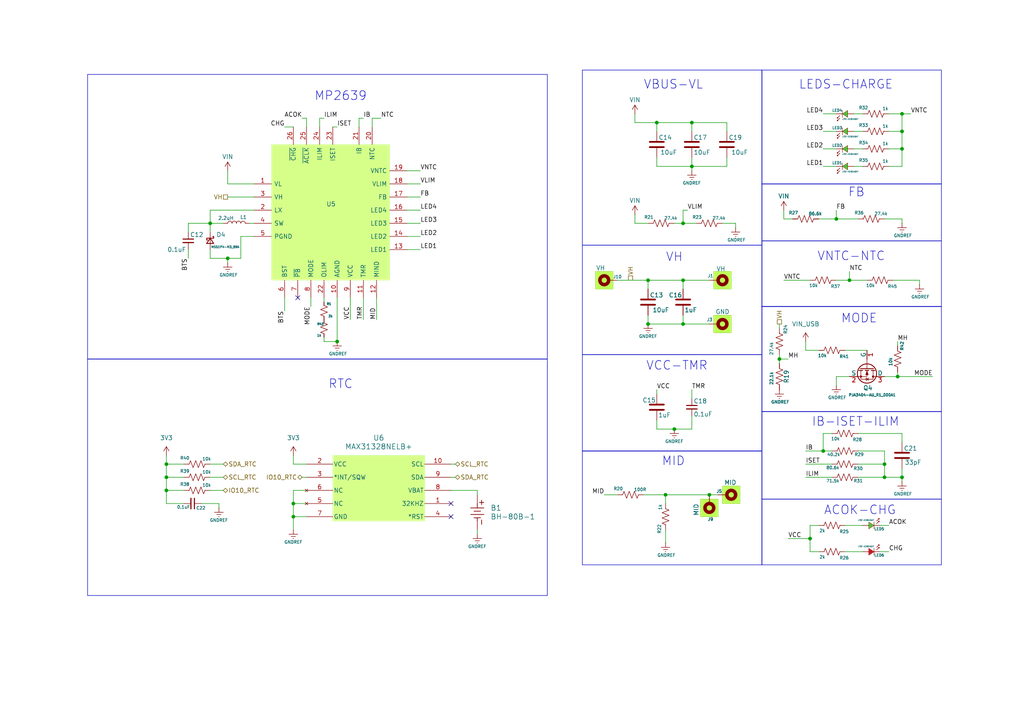
<source format=kicad_sch>
(kicad_sch (version 20250114) (generator "eeschema") (generator_version "9.0")
  (paper "A4")
  (lib_symbols
    (symbol "D_Small_Filled_1" (pin_numbers (hide yes)) (pin_names (offset 0.254) (hide yes))
      (property "Reference" "LED6" (at -2.286 1.016 0))
      (property "Value" "LTST-C191KGKT" (at 1.524 -1.524 0))
      (symbol "D_Small_Filled_1_1_1"
        (pin passive line (at -2.54 0 0) (length 1.778) (name "K") (number "1"))
        (pin passive line (at 2.54 0 180) (length 1.778) (name "A") (number "2"))
      )
    )
    (symbol "Device:C" (pin_numbers (hide yes)) (pin_names (offset 0.254))
      (property "Reference" "C" (at 0.635 2.54 0))
      (property "Value" "C" (at 0.635 -2.54 0))
      (symbol "C_1_1"
        (pin passive line (at 0 3.81 270) (length 2.794) (name "~") (number "1"))
        (pin passive line (at 0 -3.81 90) (length 2.794) (name "~") (number "2"))
      )
    )
    (symbol "Device:C_Small" (pin_numbers (hide yes)) (pin_names (offset 0.254) (hide yes))
      (property "Reference" "C" (at 0.254 1.778 0))
      (property "Value" "C_Small" (at 0.254 -2.032 0))
      (symbol "C_Small_1_1"
        (pin passive line (at 0 2.54 270) (length 2.032) (name "~") (number "1"))
        (pin passive line (at 0 -2.54 90) (length 2.032) (name "~") (number "2"))
      )
    )
    (symbol "Device:D_Schottky_Small" (pin_numbers (hide yes)) (pin_names (offset 0.254) (hide yes))
      (property "Reference" "D" (at -1.27 2.032 0))
      (property "Value" "D_Schottky_Small" (at -7.112 -2.032 0))
      (symbol "D_Schottky_Small_1_1"
        (pin passive line (at -2.54 0 0) (length 1.778) (name "K") (number "1"))
        (pin passive line (at 2.54 0 180) (length 1.778) (name "A") (number "2"))
      )
    )
    (symbol "Device:D_Small_Filled" (pin_numbers (hide yes)) (pin_names (offset 0.254) (hide yes))
      (property "Reference" "LED1" (at -2.286 1.016 0))
      (property "Value" "D_S" (at 0.508 -1.524 0))
      (symbol "D_Small_Filled_1_1"
        (pin passive line (at -2.54 0 0) (length 1.778) (name "K") (number "1"))
        (pin passive line (at 2.54 0 180) (length 1.778) (name "A") (number "2"))
      )
    )
    (symbol "Device:L" (pin_numbers (hide yes)) (pin_names (offset 1.016) (hide yes))
      (property "Reference" "L" (at -1.27 0 90))
      (property "Value" "L" (at 1.905 0 90))
      (symbol "L_1_1"
        (pin passive line (at 0 3.81 270) (length 1.27) (name "1") (number "1"))
        (pin passive line (at 0 -3.81 90) (length 1.27) (name "2") (number "2"))
      )
    )
    (symbol "Device:R_Small_US" (pin_numbers (hide yes)) (pin_names (offset 0.254) (hide yes))
      (property "Reference" "R" (at 0.762 0.508 0))
      (property "Value" "R_Small_US" (at 0.762 -1.016 0))
      (symbol "R_Small_US_1_1"
        (pin passive line (at 0 2.54 270) (length 1.016) (name "~") (number "1"))
        (pin passive line (at 0 -2.54 90) (length 1.016) (name "~") (number "2"))
      )
    )
    (symbol "Device:R_US" (pin_numbers (hide yes)) (pin_names (offset 0))
      (property "Reference" "R" (at 2.54 0 90))
      (property "Value" "R_US" (at -2.54 0 90))
      (symbol "R_US_1_1"
        (pin passive line (at 0 3.81 270) (length 1.27) (name "~") (number "1"))
        (pin passive line (at 0 -3.81 90) (length 1.27) (name "~") (number "2"))
      )
    )
    (symbol "JC_USB:BH-80B-1" (pin_numbers (hide yes)) (pin_names (offset 0.254) (hide yes))
      (property "Reference" "B" (at 0 3.556 0))
      (property "Value" "BH-80B-1" (at 4.826 -3.81 0))
      (symbol "BH-80B-1_0_1"
        (pin unspecified line (at -5.08 0 0) (length 2.54) (name "") (number "2"))
        (pin unspecified line (at 5.08 0 180) (length 2.54) (name "") (number "1"))
      )
    )
    (symbol "JC_USB:MAX31328NELB+" (pin_names (offset 0.254))
      (property "Reference" "U" (at -1.27 15.24 0))
      (property "Value" "MAX31328NELB+" (at -1.27 12.7 0))
      (symbol "MAX31328NELB+_0_1"
        (pin power_in line (at -26.67 5.08 0) (length 7.62) (name "VCC") (number "2"))
        (pin output line (at -26.67 1.27 0) (length 7.62) (name "*INT/SQW") (number "3"))
        (pin no_connect line (at -26.67 -2.54 0) (length 7.62) (name "NC") (number "6"))
        (pin no_connect line (at -26.67 -6.35 0) (length 7.62) (name "NC") (number "5"))
        (pin power_out line (at -26.67 -10.16 0) (length 7.62) (name "GND") (number "7"))
        (pin input line (at 15.24 5.08 180) (length 7.62) (name "SCL") (number "10"))
        (pin bidirectional line (at 15.24 1.27 180) (length 7.62) (name "SDA") (number "9"))
        (pin power_in line (at 15.24 -2.54 180) (length 7.62) (name "VBAT") (number "8"))
        (pin output line (at 15.24 -6.35 180) (length 7.62) (name "32KHZ") (number "1"))
        (pin bidirectional line (at 15.24 -10.16 180) (length 7.62) (name "*RST") (number "4"))
      )
    )
    (symbol "JC_USB:MP2639AGR-Z" (pin_names (offset 0.762))
      (property "Reference" "U5" (at -0.508 1.778 0))
      (symbol "MP2639AGR-Z_0_0"
        (pin passive line (at -22.86 7.62 0) (length 5.08) (name "VL") (number "1"))
        (pin passive line (at -22.86 3.81 0) (length 5.08) (name "VH") (number "3"))
        (pin passive line (at -22.86 0 0) (length 5.08) (name "LX") (number "2"))
        (pin passive line (at -22.86 -3.81 0) (length 5.08) (name "SW") (number "4"))
        (pin passive line (at -22.86 -7.62 0) (length 5.08) (name "PGND") (number "5"))
        (pin passive line (at -13.97 -25.4 90) (length 5.08) (name "BST") (number "6"))
        (pin passive line (at -11.43 24.13 270) (length 5.08) (name "~{CHG}") (number "26"))
        (pin passive line (at -10.16 -25.4 90) (length 5.08) (name "~{PB}") (number "7"))
        (pin passive line (at -7.62 24.13 270) (length 5.08) (name "~{ACLK}") (number "25"))
        (pin passive line (at -6.35 -25.4 90) (length 5.08) (name "MODE") (number "8"))
        (pin passive line (at -3.81 24.13 270) (length 5.08) (name "ILIM") (number "24"))
        (pin passive line (at -2.54 -25.4 90) (length 5.08) (name "OLIM") (number "22"))
        (pin passive line (at 0 24.13 270) (length 5.08) (name "ISET") (number "23"))
        (pin passive line (at 1.27 -25.4 90) (length 5.08) (name "AGND") (number "10"))
        (pin passive line (at 7.62 24.13 270) (length 5.08) (name "IB") (number "21"))
        (pin passive line (at 8.89 -25.4 90) (length 5.08) (name "TMR") (number "11"))
        (pin passive line (at 11.43 24.13 270) (length 5.08) (name "NTC") (number "20"))
        (pin passive line (at 12.7 -25.4 90) (length 5.08) (name "MIND") (number "12"))
        (pin passive line (at 21.59 11.43 180) (length 5.08) (name "VNTC") (number "19"))
        (pin passive line (at 21.59 7.62 180) (length 5.08) (name "VLIM") (number "18"))
        (pin passive line (at 21.59 3.81 180) (length 5.08) (name "FB") (number "17"))
        (pin passive line (at 21.59 0 180) (length 5.08) (name "LED4") (number "16"))
        (pin passive line (at 21.59 -3.81 180) (length 5.08) (name "LED3") (number "15"))
        (pin passive line (at 21.59 -7.62 180) (length 5.08) (name "LED2") (number "14"))
        (pin passive line (at 21.59 -11.43 180) (length 5.08) (name "LED1") (number "13"))
      )
      (symbol "MP2639AGR-Z_1_0"
        (pin passive line (at 5.08 -25.4 90) (length 5.08) (name "VCC") (number "9"))
      )
    )
    (symbol "MountingHole_2" (pin_numbers (hide yes)) (pin_names (offset 0)) (in_bom no)
      (property "Reference" "J2" (at 1.778 3.556 0))
      (property "Value" "GND" (at 1.778 -3.556 0))
      (symbol "MountingHole_2_1_1"
        (pin passive line (at 3.81 0 180) (length 2.54) (name "") (number "1"))
      )
    )
    (symbol "Q_NMOS_GSD_1" (pin_names (offset 0))
      (property "Reference" "Q4" (at 6.604 0.254 90))
      (property "Value" "PJA3404-AU_R1_000A1" (at 5.08 0.254 90))
      (symbol "Q_NMOS_GSD_1_1_1"
        (pin input line (at -5.08 0 0) (length 2.54) (name "G") (number "1"))
        (pin passive line (at 2.54 5.08 270) (length 2.54) (name "D") (number "3"))
        (pin passive line (at 2.54 -5.08 90) (length 2.54) (name "S") (number "2"))
      )
    )
    (symbol "power:GNDREF" (power) (pin_numbers (hide yes)) (pin_names (offset 0) (hide yes))
      (property "Value" "GNDREF" (at 0 -3.81 0))
      (symbol "GNDREF_1_1"
        (pin power_in line (at 0 0 270) (length 0) (name "~") (number "1"))
      )
    )
    (symbol "power:VBUS" (power) (pin_numbers (hide yes)) (pin_names (offset 0) (hide yes))
      (property "Value" "VBUS" (at 0 3.556 0))
      (symbol "VBUS_1_1"
        (pin power_in line (at 0 0 90) (length 0) (name "~") (number "1"))
      )
    )
    (symbol "power:VDD" (power) (pin_numbers (hide yes)) (pin_names (offset 0) (hide yes))
      (property "Value" "VDD" (at 0 3.556 0))
      (symbol "VDD_1_1"
        (pin power_in line (at 0 0 90) (length 0) (name "~") (number "1"))
      )
    )
  )
  (rectangle (start 168.91 130.81) (end 220.98 163.83))
  (rectangle (start 220.98 144.78) (end 273.05 163.83))
  (rectangle (start 168.91 71.12) (end 220.98 102.87))
  (rectangle (start 25.4 104.14) (end 158.75 172.72))
  (rectangle (start 220.98 69.85) (end 273.05 88.9))
  (rectangle (start 220.98 53.34) (end 273.05 69.85))
  (rectangle (start 168.91 102.87) (end 220.98 130.81))
  (rectangle (start 220.98 88.9) (end 273.05 119.38))
  (rectangle (start 220.98 20.32) (end 273.05 53.34))
  (rectangle (start 25.4 21.59) (end 158.75 104.14))
  (rectangle (start 220.98 119.38) (end 273.05 144.78))
  (rectangle (start 168.91 20.32) (end 220.98 71.12))
  (text "IB-ISET-ILIM" (at 248.158 122.428 0) (effects (font (size 2.54 2.54))))
  (text "RTC" (at 98.806 111.506 0) (effects (font (size 2.54 2.54))))
  (text "VNTC-NTC" (at 246.888 74.422 0) (effects (font (size 2.54 2.54))))
  (text "FB" (at 248.412 55.88 0) (effects (font (size 2.54 2.54))))
  (text "VCC-TMR" (at 196.342 106.172 0) (effects (font (size 2.54 2.54))))
  (text "MODE" (at 249.174 92.456 0) (effects (font (size 2.54 2.54))))
  (text "ACOK-CHG" (at 249.428 148.082 0) (effects (font (size 2.54 2.54))))
  (text "MP2639" (at 98.806 27.94 0) (effects (font (size 2.54 2.54))))
  (text "VBUS-VL" (at 195.326 24.638 0) (effects (font (size 2.54 2.54))))
  (text "VH" (at 195.58 74.676 0) (effects (font (size 2.54 2.54))))
  (text "MID\n" (at 195.326 133.858 0) (effects (font (size 2.54 2.54))))
  (text "LEDS-CHARGE\n" (at 245.364 24.638 0) (effects (font (size 2.54 2.54))))
  (junction (at 256.54 134.62))
  (junction (at 97.79 99.06))
  (junction (at 85.09 146.05))
  (junction (at 234.95 156.21))
  (junction (at 205.74 143.51))
  (junction (at 261.62 38.1))
  (junction (at 60.96 64.77))
  (junction (at 261.62 33.02))
  (junction (at 193.04 143.51))
  (junction (at 85.09 149.86))
  (junction (at 261.62 43.18))
  (junction (at 246.38 81.28))
  (junction (at 238.76 130.81))
  (junction (at 226.06 104.14))
  (junction (at 200.66 35.56))
  (junction (at 261.62 138.43))
  (junction (at 256.54 138.43))
  (junction (at 187.96 93.98))
  (junction (at 195.58 124.46))
  (junction (at 66.04 74.93))
  (junction (at 198.12 93.98))
  (junction (at 190.5 35.56))
  (junction (at 187.96 81.28))
  (junction (at 48.26 134.62))
  (junction (at 260.35 109.22))
  (junction (at 242.57 63.5))
  (junction (at 48.26 142.24))
  (junction (at 48.26 138.43))
  (junction (at 198.12 81.28))
  (junction (at 198.12 64.77))
  (junction (at 200.66 48.26))
  (no_connect (at 86.36 86.36))
  (no_connect (at 130.81 146.05))
  (no_connect (at 130.81 149.86))
  (wire (pts (xy 82.55 86.36) (xy 82.55 90.17)))
  (wire (pts (xy 118.11 60.96) (xy 121.92 60.96)))
  (wire (pts (xy 248.92 134.62) (xy 256.54 134.62)))
  (wire (pts (xy 261.62 33.02) (xy 261.62 38.1)))
  (wire (pts (xy 234.95 156.21) (xy 234.95 152.4)))
  (wire (pts (xy 248.92 138.43) (xy 256.54 138.43)))
  (wire (pts (xy 85.09 146.05) (xy 85.09 149.86)))
  (wire (pts (xy 226.06 102.87) (xy 226.06 104.14)))
  (wire (pts (xy 48.26 142.24) (xy 48.26 146.05)))
  (wire (pts (xy 238.76 48.26) (xy 242.57 48.26)))
  (wire (pts (xy 198.12 81.28) (xy 205.74 81.28)))
  (wire (pts (xy 87.63 138.43) (xy 88.9 138.43)))
  (wire (pts (xy 73.66 60.96) (xy 60.96 60.96)))
  (wire (pts (xy 210.82 45.72) (xy 210.82 48.26)))
  (wire (pts (xy 92.71 34.29) (xy 92.71 36.83)))
  (wire (pts (xy 82.55 36.83) (xy 85.09 36.83)))
  (wire (pts (xy 245.11 152.4) (xy 250.19 152.4)))
  (wire (pts (xy 238.76 125.73) (xy 238.76 130.81)))
  (wire (pts (xy 227.33 63.5) (xy 229.87 63.5)))
  (wire (pts (xy 247.65 48.26) (xy 250.19 48.26)))
  (wire (pts (xy 233.68 99.06) (xy 233.68 101.6)))
  (wire (pts (xy 66.04 57.15) (xy 73.66 57.15)))
  (wire (pts (xy 234.95 160.02) (xy 234.95 156.21)))
  (wire (pts (xy 256.54 130.81) (xy 256.54 134.62)))
  (wire (pts (xy 85.09 142.24) (xy 85.09 146.05)))
  (wire (pts (xy 245.11 101.6) (xy 251.46 101.6)))
  (wire (pts (xy 237.49 160.02) (xy 234.95 160.02)))
  (wire (pts (xy 184.15 33.02) (xy 184.15 35.56)))
  (wire (pts (xy 88.9 34.29) (xy 88.9 36.83)))
  (wire (pts (xy 175.26 143.51) (xy 179.07 143.51)))
  (wire (pts (xy 227.33 60.96) (xy 227.33 63.5)))
  (wire (pts (xy 88.9 142.24) (xy 85.09 142.24)))
  (wire (pts (xy 261.62 125.73) (xy 261.62 128.27)))
  (wire (pts (xy 198.12 64.77) (xy 201.93 64.77)))
  (wire (pts (xy 256.54 134.62) (xy 256.54 138.43)))
  (wire (pts (xy 190.5 48.26) (xy 200.66 48.26)))
  (wire (pts (xy 105.41 86.36) (xy 105.41 92.71)))
  (wire (pts (xy 187.96 64.77) (xy 184.15 64.77)))
  (wire (pts (xy 138.43 142.24) (xy 130.81 142.24)))
  (wire (pts (xy 233.68 134.62) (xy 241.3 134.62)))
  (wire (pts (xy 85.09 134.62) (xy 88.9 134.62)))
  (wire (pts (xy 193.04 153.67) (xy 193.04 157.48)))
  (wire (pts (xy 259.08 81.28) (xy 266.7 81.28)))
  (wire (pts (xy 261.62 43.18) (xy 261.62 48.26)))
  (wire (pts (xy 237.49 63.5) (xy 242.57 63.5)))
  (wire (pts (xy 118.11 64.77) (xy 121.92 64.77)))
  (wire (pts (xy 66.04 74.93) (xy 66.04 76.2)))
  (wire (pts (xy 104.14 36.83) (xy 104.14 34.29)))
  (wire (pts (xy 226.06 104.14) (xy 228.6 104.14)))
  (wire (pts (xy 260.35 99.06) (xy 260.35 100.33)))
  (wire (pts (xy 60.96 142.24) (xy 64.77 142.24)))
  (wire (pts (xy 261.62 63.5) (xy 261.62 64.77)))
  (wire (pts (xy 190.5 35.56) (xy 200.66 35.56)))
  (wire (pts (xy 200.66 113.03) (xy 200.66 115.57)))
  (wire (pts (xy 48.26 142.24) (xy 48.26 138.43)))
  (wire (pts (xy 256.54 138.43) (xy 261.62 138.43)))
  (wire (pts (xy 53.34 142.24) (xy 48.26 142.24)))
  (wire (pts (xy 73.66 68.58) (xy 69.85 68.58)))
  (wire (pts (xy 213.36 64.77) (xy 209.55 64.77)))
  (wire (pts (xy 248.92 125.73) (xy 261.62 125.73)))
  (wire (pts (xy 118.11 57.15) (xy 121.92 57.15)))
  (wire (pts (xy 187.96 91.44) (xy 187.96 93.98)))
  (wire (pts (xy 238.76 43.18) (xy 242.57 43.18)))
  (wire (pts (xy 118.11 72.39) (xy 121.92 72.39)))
  (wire (pts (xy 184.15 35.56) (xy 190.5 35.56)))
  (wire (pts (xy 198.12 93.98) (xy 205.74 93.98)))
  (wire (pts (xy 97.79 86.36) (xy 97.79 99.06)))
  (wire (pts (xy 130.81 138.43) (xy 132.08 138.43)))
  (wire (pts (xy 88.9 146.05) (xy 85.09 146.05)))
  (wire (pts (xy 63.5 146.05) (xy 63.5 147.32)))
  (wire (pts (xy 227.33 81.28) (xy 234.95 81.28)))
  (wire (pts (xy 198.12 91.44) (xy 198.12 93.98)))
  (wire (pts (xy 195.58 64.77) (xy 198.12 64.77)))
  (wire (pts (xy 60.96 64.77) (xy 64.77 64.77)))
  (wire (pts (xy 107.95 36.83) (xy 107.95 34.29)))
  (wire (pts (xy 260.35 109.22) (xy 270.51 109.22)))
  (wire (pts (xy 66.04 49.53) (xy 66.04 53.34)))
  (wire (pts (xy 60.96 74.93) (xy 66.04 74.93)))
  (wire (pts (xy 187.96 83.82) (xy 187.96 81.28)))
  (wire (pts (xy 246.38 78.74) (xy 246.38 81.28)))
  (wire (pts (xy 200.66 120.65) (xy 200.66 124.46)))
  (wire (pts (xy 179.07 81.28) (xy 187.96 81.28)))
  (wire (pts (xy 58.42 146.05) (xy 63.5 146.05)))
  (wire (pts (xy 248.92 130.81) (xy 256.54 130.81)))
  (wire (pts (xy 226.06 104.14) (xy 226.06 105.41)))
  (wire (pts (xy 246.38 81.28) (xy 242.57 81.28)))
  (wire (pts (xy 190.5 38.1) (xy 190.5 35.56)))
  (wire (pts (xy 93.98 99.06) (xy 93.98 97.79)))
  (wire (pts (xy 247.65 33.02) (xy 250.19 33.02)))
  (wire (pts (xy 54.61 72.39) (xy 54.61 74.93)))
  (wire (pts (xy 233.68 130.81) (xy 238.76 130.81)))
  (wire (pts (xy 242.57 63.5) (xy 242.57 60.96)))
  (wire (pts (xy 198.12 81.28) (xy 198.12 83.82)))
  (wire (pts (xy 93.98 99.06) (xy 97.79 99.06)))
  (wire (pts (xy 190.5 45.72) (xy 190.5 48.26)))
  (wire (pts (xy 248.92 63.5) (xy 242.57 63.5)))
  (wire (pts (xy 60.96 134.62) (xy 64.77 134.62)))
  (wire (pts (xy 195.58 124.46) (xy 200.66 124.46)))
  (wire (pts (xy 53.34 138.43) (xy 48.26 138.43)))
  (wire (pts (xy 238.76 130.81) (xy 241.3 130.81)))
  (wire (pts (xy 54.61 64.77) (xy 60.96 64.77)))
  (wire (pts (xy 101.6 86.36) (xy 101.6 92.71)))
  (wire (pts (xy 118.11 53.34) (xy 121.92 53.34)))
  (wire (pts (xy 242.57 111.76) (xy 242.57 109.22)))
  (wire (pts (xy 193.04 143.51) (xy 205.74 143.51)))
  (wire (pts (xy 234.95 152.4) (xy 237.49 152.4)))
  (wire (pts (xy 238.76 38.1) (xy 242.57 38.1)))
  (wire (pts (xy 213.36 66.04) (xy 213.36 64.77)))
  (wire (pts (xy 261.62 38.1) (xy 261.62 43.18)))
  (wire (pts (xy 247.65 38.1) (xy 250.19 38.1)))
  (wire (pts (xy 85.09 149.86) (xy 85.09 153.67)))
  (wire (pts (xy 261.62 138.43) (xy 261.62 139.7)))
  (wire (pts (xy 210.82 35.56) (xy 200.66 35.56)))
  (wire (pts (xy 242.57 109.22) (xy 246.38 109.22)))
  (wire (pts (xy 118.11 49.53) (xy 121.92 49.53)))
  (wire (pts (xy 60.96 138.43) (xy 64.77 138.43)))
  (wire (pts (xy 184.15 62.23) (xy 184.15 64.77)))
  (wire (pts (xy 228.6 156.21) (xy 234.95 156.21)))
  (wire (pts (xy 245.11 160.02) (xy 250.19 160.02)))
  (wire (pts (xy 92.71 34.29) (xy 93.98 34.29)))
  (wire (pts (xy 69.85 74.93) (xy 66.04 74.93)))
  (wire (pts (xy 66.04 53.34) (xy 73.66 53.34)))
  (wire (pts (xy 241.3 125.73) (xy 238.76 125.73)))
  (wire (pts (xy 200.66 48.26) (xy 210.82 48.26)))
  (wire (pts (xy 190.5 121.92) (xy 190.5 124.46)))
  (wire (pts (xy 88.9 149.86) (xy 85.09 149.86)))
  (wire (pts (xy 210.82 38.1) (xy 210.82 35.56)))
  (wire (pts (xy 200.66 35.56) (xy 200.66 38.1)))
  (wire (pts (xy 85.09 132.08) (xy 85.09 134.62)))
  (wire (pts (xy 261.62 33.02) (xy 264.16 33.02)))
  (wire (pts (xy 261.62 48.26) (xy 257.81 48.26)))
  (wire (pts (xy 256.54 109.22) (xy 260.35 109.22)))
  (wire (pts (xy 198.12 60.96) (xy 198.12 64.77)))
  (wire (pts (xy 48.26 138.43) (xy 48.26 134.62)))
  (wire (pts (xy 266.7 81.28) (xy 266.7 82.55)))
  (wire (pts (xy 87.63 34.29) (xy 88.9 34.29)))
  (wire (pts (xy 138.43 143.51) (xy 138.43 142.24)))
  (wire (pts (xy 247.65 43.18) (xy 250.19 43.18)))
  (wire (pts (xy 233.68 101.6) (xy 237.49 101.6)))
  (wire (pts (xy 195.58 124.46) (xy 190.5 124.46)))
  (wire (pts (xy 69.85 68.58) (xy 69.85 74.93)))
  (wire (pts (xy 257.81 43.18) (xy 261.62 43.18)))
  (wire (pts (xy 130.81 134.62) (xy 132.08 134.62)))
  (wire (pts (xy 54.61 64.77) (xy 54.61 67.31)))
  (wire (pts (xy 186.69 143.51) (xy 193.04 143.51)))
  (wire (pts (xy 260.35 107.95) (xy 260.35 109.22)))
  (wire (pts (xy 109.22 86.36) (xy 109.22 92.71)))
  (wire (pts (xy 193.04 143.51) (xy 193.04 146.05)))
  (wire (pts (xy 187.96 81.28) (xy 198.12 81.28)))
  (wire (pts (xy 118.11 68.58) (xy 121.92 68.58)))
  (wire (pts (xy 60.96 67.31) (xy 60.96 64.77)))
  (wire (pts (xy 256.54 63.5) (xy 261.62 63.5)))
  (wire (pts (xy 255.27 152.4) (xy 257.81 152.4)))
  (wire (pts (xy 48.26 132.08) (xy 48.26 134.62)))
  (wire (pts (xy 205.74 143.51) (xy 208.28 143.51)))
  (wire (pts (xy 53.34 146.05) (xy 48.26 146.05)))
  (wire (pts (xy 257.81 33.02) (xy 261.62 33.02)))
  (wire (pts (xy 93.98 87.63) (xy 93.98 86.36)))
  (wire (pts (xy 261.62 135.89) (xy 261.62 138.43)))
  (wire (pts (xy 200.66 48.26) (xy 200.66 49.53)))
  (wire (pts (xy 138.43 154.94) (xy 138.43 153.67)))
  (wire (pts (xy 60.96 74.93) (xy 60.96 72.39)))
  (wire (pts (xy 255.27 160.02) (xy 257.81 160.02)))
  (wire (pts (xy 48.26 134.62) (xy 53.34 134.62)))
  (wire (pts (xy 257.81 38.1) (xy 261.62 38.1)))
  (wire (pts (xy 72.39 64.77) (xy 73.66 64.77)))
  (wire (pts (xy 199.39 60.96) (xy 198.12 60.96)))
  (wire (pts (xy 97.79 36.83) (xy 96.52 36.83)))
  (wire (pts (xy 187.96 93.98) (xy 198.12 93.98)))
  (wire (pts (xy 60.96 60.96) (xy 60.96 64.77)))
  (wire (pts (xy 104.14 34.29) (xy 105.41 34.29)))
  (wire (pts (xy 226.06 93.98) (xy 226.06 95.25)))
  (wire (pts (xy 251.46 81.28) (xy 246.38 81.28)))
  (wire (pts (xy 238.76 33.02) (xy 242.57 33.02)))
  (wire (pts (xy 233.68 138.43) (xy 241.3 138.43)))
  (wire (pts (xy 90.17 88.9) (xy 90.17 86.36)))
  (wire (pts (xy 190.5 113.03) (xy 190.5 114.3)))
  (wire (pts (xy 200.66 45.72) (xy 200.66 48.26)))
  (wire (pts (xy 107.95 34.29) (xy 110.49 34.29)))
  (label "VNTC" (at 121.92 49.53 0))
  (label "CHG" (at 257.81 160.02 0))
  (label "NTC" (at 110.49 34.29 0))
  (label "ILIM" (at 233.68 138.43 0))
  (label "LED4" (at 121.92 60.96 0))
  (label "MODE" (at 90.17 88.9 270))
  (label "VCC" (at 190.5 113.03 0))
  (label "FB" (at 242.57 60.96 0))
  (label "ISET" (at 233.68 134.62 0))
  (label "TMR" (at 200.66 113.03 0))
  (label "MID" (at 109.22 92.71 90))
  (label "LED3" (at 238.76 38.1 180))
  (label "TMR" (at 105.41 92.71 90))
  (label "ILIM" (at 93.98 34.29 0))
  (label "VLIM" (at 199.39 60.96 0))
  (label "VCC" (at 101.6 92.71 90))
  (label "VNTC" (at 264.16 33.02 0))
  (label "LED4" (at 238.76 33.02 180))
  (label "LED1" (at 238.76 48.26 180))
  (label "VCC" (at 228.6 156.21 0))
  (label "NTC" (at 246.38 78.74 0))
  (label "CHG" (at 82.55 36.83 180))
  (label "MH" (at 260.35 99.06 0))
  (label "IB" (at 233.68 130.81 0))
  (label "LED3" (at 121.92 64.77 0))
  (label "IB" (at 105.41 34.29 0))
  (label "LED2" (at 121.92 68.58 0))
  (label "VLIM" (at 121.92 53.34 0))
  (label "BTS" (at 82.55 90.17 270))
  (label "MODE" (at 270.51 109.22 180))
  (label "BTS" (at 54.61 74.93 270))
  (label "VNTC" (at 227.33 81.28 0))
  (label "ACOK" (at 257.81 152.4 0))
  (label "MH" (at 228.6 104.14 0))
  (label "ACOK" (at 87.63 34.29 180))
  (label "LED1" (at 121.92 72.39 0))
  (label "LED2" (at 238.76 43.18 180))
  (label "FB" (at 121.92 57.15 0))
  (label "ISET" (at 97.79 36.83 0))
  (label "MID" (at 175.26 143.51 180))
  (hierarchical_label "VH" (shape passive) (at 66.04 57.15 180))
  (hierarchical_label "VH" (shape passive) (at 182.88 81.28 90))
  (hierarchical_label "SDA_RTC" (shape bidirectional) (at 132.08 138.43 0))
  (hierarchical_label "VH" (shape passive) (at 226.06 93.98 90))
  (hierarchical_label "IO10_RTC" (shape bidirectional) (at 64.77 142.24 0))
  (hierarchical_label "SCL_RTC" (shape bidirectional) (at 64.77 138.43 0))
  (hierarchical_label "IO10_RTC" (shape bidirectional) (at 87.63 138.43 180))
  (hierarchical_label "SCL_RTC" (shape bidirectional) (at 132.08 134.62 0))
  (hierarchical_label "SDA_RTC" (shape bidirectional) (at 64.77 134.62 0))
  (symbol (lib_id "Device:C") (at 187.96 87.63 0) (unit 1)
    (property "Reference" "C13" (at 188.468 85.598 0) (effects (justify left)))
    (property "Value" "10uF" (at 189.23 89.916 0) (effects (justify left)))
    (property "Footprint" "Capacitor_SMD:C_0805_2012Metric" (effects (hide yes)))
    (property "Datasheet" "https://search.murata.co.jp/Ceramy/image/img/A01X/G101/ENG/GRM21BR61C106KE15-01.pdf" (effects (hide yes)))
    (property "Description" "10 µF ±10% 16V Capacitores cerámicos X5R 0805 (2012 métrico)" (effects (hide yes)))
  )
  (symbol (lib_id "Device:R_US") (at 245.11 125.73 270) (unit 1)
    (property "Reference" "R28" (at 248.666 127.508 90) (effects (font (size 0.889 0.889))))
    (property "Value" "10k" (at 242.316 127.254 90) (effects (font (size 0.889 0.889))))
    (property "Footprint" "Resistor_SMD:R_0603_1608Metric" (effects (hide yes)))
    (property "Datasheet" "https://co.mouser.com/datasheet/2/54/cr-1858361.pdf" (effects (hide yes)))
    (property "Description" "Thick Film Resistors - SMD 10K 1% 1/10W" (effects (hide yes)))
  )
  (symbol (lib_id "power:GNDREF") (at 200.66 49.53 0) (unit 1)
    (property "Reference" "#PWR040" (effects (hide yes)))
    (property "Value" "GNDREF" (at 200.66 53.086 0) (effects (font (size 0.889 0.889))))
    (property "Description" "Power symbol creates a global label with name \"GNDREF\" , reference supply ground" (effects (hide yes)))
  )
  (symbol (lib_id "Device:D_Schottky_Small") (at 60.96 69.85 270) (unit 1)
    (property "Reference" "D4" (at 62.738 68.072 90) (effects (justify left)))
    (property "Value" "MSS1P4-M3_89A" (at 61.214 71.628 90) (effects (font (size 0.635 0.635)) (justify left)))
    (property "Footprint" "Microcontrollers:DIODE_MSS1P4-M3_89A" (effects (hide yes)))
    (property "Datasheet" "https://www.vishay.com/docs/89019/mss1p4.pdf" (effects (hide yes)))
    (property "Description" "Schottky Diodes & Rectifiers 1.0 Amp 40 Volt" (effects (hide yes)))
  )
  (symbol (lib_id "power:GNDREF") (at 261.62 64.77 0) (unit 1)
    (property "Reference" "#PWR044" (effects (hide yes)))
    (property "Value" "GNDREF" (at 261.874 68.326 0) (effects (font (size 0.889 0.889))))
    (property "Description" "Power symbol creates a global label with name \"GNDREF\" , reference supply ground" (effects (hide yes)))
  )
  (symbol (lib_id "power:VBUS") (at 48.26 132.08 0) (unit 1)
    (property "Reference" "#PWR047" (effects (hide yes)))
    (property "Value" "3V3" (at 48.26 127 0))
    (property "Description" "Power symbol creates a global label with name \"VBUS\"" (effects (hide yes)))
  )
  (symbol (lib_id "Device:R_US") (at 241.3 101.6 270) (unit 1)
    (property "Reference" "R41" (at 244.856 103.378 90) (effects (font (size 0.889 0.889))))
    (property "Value" "10k" (at 238.506 103.124 90) (effects (font (size 0.889 0.889))))
    (property "Footprint" "Resistor_SMD:R_0603_1608Metric" (effects (hide yes)))
    (property "Datasheet" "https://co.mouser.com/datasheet/2/54/cr-1858361.pdf" (effects (hide yes)))
    (property "Description" "Thick Film Resistors - SMD 10K 1% 1/10W" (effects (hide yes)))
  )
  (symbol (lib_name "MountingHole_2") (lib_id "Mechanical:MountingHole") (at 209.55 81.28 180) (unit 1) (in_bom no)
    (property "Reference" "J1" (at 205.232 80.01 0) (effects (font (size 0.889 0.889)) (justify right)))
    (property "Value" "VH" (at 207.772 77.978 0) (effects (justify right)))
    (property "Footprint" "Microcontrollers:TEST-PIN" (effects (hide yes)))
    (property "Description" "Mounting Hole without connection" (effects (hide yes)))
  )
  (symbol (lib_id "power:GNDREF") (at 242.57 111.76 0) (unit 1)
    (property "Reference" "#PWR059" (effects (hide yes)))
    (property "Value" "GNDREF" (at 242.824 115.316 0) (effects (font (size 0.889 0.889))))
    (property "Description" "Power symbol creates a global label with name \"GNDREF\" , reference supply ground" (effects (hide yes)))
  )
  (symbol (lib_id "Device:R_US") (at 193.04 149.86 180) (unit 1)
    (property "Reference" "R22" (at 191.262 153.416 90) (effects (font (size 0.889 0.889))))
    (property "Value" "1k" (at 191.516 147.066 90) (effects (font (size 0.889 0.889))))
    (property "Footprint" "Resistor_SMD:R_0603_1608Metric" (effects (hide yes)))
    (property "Datasheet" "https://co.mouser.com/datasheet/2/447/PYu_AC_51_RoHS_L_11-3418659.pdf" (effects (hide yes)))
    (property "Description" "1 kOhms ±1% 0.1W, 1/10W Resistencia en microprocesador 0603 (1608 métrico) AEC-Q200 automotriz, resistente a la humedad Película gruesa" (effects (hide yes)))
  )
  (symbol (lib_id "Device:R_US") (at 254 33.02 90) (unit 1)
    (property "Reference" "R32" (at 250.444 31.242 90) (effects (font (size 0.889 0.889))))
    (property "Value" "1k" (at 256.794 31.496 90) (effects (font (size 0.889 0.889))))
    (property "Footprint" "Resistor_SMD:R_0603_1608Metric" (effects (hide yes)))
    (property "Datasheet" "https://co.mouser.com/datasheet/2/447/PYu_AC_51_RoHS_L_11-3418659.pdf" (effects (hide yes)))
    (property "Description" "1 kOhms ±1% 0.1W, 1/10W Resistencia en microprocesador 0603 (1608 métrico) AEC-Q200 automotriz, resistente a la humedad Película gruesa" (effects (hide yes)))
  )
  (symbol (lib_id "Device:R_US") (at 260.35 104.14 0) (unit 1)
    (property "Reference" "R42" (at 261.62 100.33 90) (effects (font (size 0.889 0.889))))
    (property "Value" "10k" (at 258.318 104.902 90) (effects (font (size 0.889 0.889))))
    (property "Footprint" "Resistor_SMD:R_0603_1608Metric" (effects (hide yes)))
    (property "Datasheet" "https://www.yageo.com/upload/media/product/app/datasheet/rchip/pyu-af_51_rohs_l.pdf" (effects (hide yes)))
    (property "Description" "86.6 kOhms ±1% 0.1W, 1/10W Chip Resistor 0603 (1608 Metric) Moisture Resistant Thick Film" (effects (hide yes)))
  )
  (symbol (lib_id "Device:R_US") (at 226.06 109.22 0) (unit 1)
    (property "Reference" "R19" (at 228.092 109.22 90))
    (property "Value" "22.1k" (at 223.774 109.728 90) (effects (font (size 0.889 0.889))))
    (property "Footprint" "Resistor_SMD:R_0402_1005Metric" (effects (hide yes)))
    (property "Datasheet" "https://co.mouser.com/datasheet/2/54/cr-1858361.pdf" (effects (hide yes)))
    (property "Description" "Resistor, US symbol" (effects (hide yes)))
  )
  (symbol (lib_id "power:VBUS") (at 184.15 33.02 0) (unit 1)
    (property "Reference" "#PWR035" (effects (hide yes)))
    (property "Value" "VIN" (at 184.15 28.956 0))
    (property "Description" "Power symbol creates a global label with name \"VBUS\"" (effects (hide yes)))
  )
  (symbol (lib_name "D_Small_Filled_1") (lib_id "Device:D_Small_Filled") (at 252.73 160.02 180) (unit 1)
    (property "Reference" "LED6" (at 255.016 161.036 0) (effects (font (size 0.762 0.762))))
    (property "Value" "LTST-C191KGKT" (at 251.206 158.496 0) (effects (font (size 0.381 0.381))))
    (property "Footprint" "LED_SMD:LED_0603_1608Metric" (effects (hide yes)))
    (property "Description" "Diode, small symbol, filled shape" (effects (hide yes)))
    (property "Sim.Device" "D" (effects (hide yes)))
    (property "Sim.Pins" "1=K 2=A" (effects (hide yes)))
  )
  (symbol (lib_id "Device:R_US") (at 254 43.18 90) (unit 1)
    (property "Reference" "R34" (at 250.444 41.402 90) (effects (font (size 0.889 0.889))))
    (property "Value" "1k" (at 256.794 41.656 90) (effects (font (size 0.889 0.889))))
    (property "Footprint" "Resistor_SMD:R_0603_1608Metric" (effects (hide yes)))
    (property "Datasheet" "https://co.mouser.com/datasheet/2/447/PYu_AC_51_RoHS_L_11-3418659.pdf" (effects (hide yes)))
    (property "Description" "1 kOhms ±1% 0.1W, 1/10W Resistencia en microprocesador 0603 (1608 métrico) AEC-Q200 automotriz, resistente a la humedad Película gruesa" (effects (hide yes)))
  )
  (symbol (lib_id "Device:R_US") (at 255.27 81.28 270) (unit 1)
    (property "Reference" "R45" (at 258.826 83.058 90) (effects (font (size 0.889 0.889))))
    (property "Value" "10k" (at 252.476 82.804 90) (effects (font (size 0.889 0.889))))
    (property "Footprint" "Resistor_SMD:R_0603_1608Metric" (effects (hide yes)))
    (property "Datasheet" "https://co.mouser.com/datasheet/2/54/cr-1858361.pdf" (effects (hide yes)))
    (property "Description" "Thick Film Resistors - SMD 10K 1% 1/10W" (effects (hide yes)))
  )
  (symbol (lib_id "power:GNDREF") (at 63.5 147.32 0) (unit 1)
    (property "Reference" "#PWR048" (effects (hide yes)))
    (property "Value" "GNDREF" (at 63.5 150.876 0) (effects (font (size 0.889 0.889))))
    (property "Description" "Power symbol creates a global label with name \"GNDREF\" , reference supply ground" (effects (hide yes)))
  )
  (symbol (lib_id "Device:C") (at 210.82 41.91 0) (unit 1)
    (property "Reference" "C19" (at 211.328 39.878 0) (effects (justify left)))
    (property "Value" "10uF" (at 212.09 44.196 0) (effects (justify left)))
    (property "Footprint" "Capacitor_SMD:C_0805_2012Metric" (effects (hide yes)))
    (property "Datasheet" "https://search.murata.co.jp/Ceramy/image/img/A01X/G101/ENG/GRM21BR61C106KE15-01.pdf" (effects (hide yes)))
    (property "Description" "10 µF ±10% 16V Capacitores cerámicos X5R 0805 (2012 métrico)" (effects (hide yes)))
  )
  (symbol (lib_id "Device:R_Small_US") (at 93.98 95.25 0) (unit 1)
    (property "Reference" "R43" (at 91.948 93.98 0) (effects (font (size 0.635 0.635)) (justify left)))
    (property "Value" "1k" (at 91.948 97.282 0) (effects (font (size 0.635 0.635)) (justify left)))
    (property "Footprint" "Resistor_SMD:R_0603_1608Metric" (effects (hide yes)))
    (property "Description" "Resistor, small US symbol" (effects (hide yes)))
  )
  (symbol (lib_id "power:VDD") (at 233.68 99.06 0) (unit 1)
    (property "Reference" "#PWR058" (effects (hide yes)))
    (property "Value" "VIN_USB" (at 233.68 93.98 0))
    (property "Description" "Power symbol creates a global label with name \"VDD\"" (effects (hide yes)))
  )
  (symbol (lib_id "Device:R_US") (at 254 48.26 90) (unit 1)
    (property "Reference" "R35" (at 250.444 46.482 90) (effects (font (size 0.889 0.889))))
    (property "Value" "1k" (at 256.794 46.736 90) (effects (font (size 0.889 0.889))))
    (property "Footprint" "Resistor_SMD:R_0603_1608Metric" (effects (hide yes)))
    (property "Datasheet" "https://co.mouser.com/datasheet/2/447/PYu_AC_51_RoHS_L_11-3418659.pdf" (effects (hide yes)))
    (property "Description" "1 kOhms ±1% 0.1W, 1/10W Resistencia en microprocesador 0603 (1608 métrico) AEC-Q200 automotriz, resistente a la humedad Película gruesa" (effects (hide yes)))
  )
  (symbol (lib_id "Device:C_Small") (at 200.66 118.11 0) (unit 1)
    (property "Reference" "C18" (at 201.168 116.332 0) (effects (justify left)))
    (property "Value" "0.1uF" (at 201.168 120.142 0) (effects (justify left)))
    (property "Footprint" "Capacitor_SMD:C_0603_1608Metric" (effects (hide yes)))
    (property "Datasheet" "https://www.yageo.com/upload/media/product/productsearch/datasheet/mlcc/UPY-GPHC_X7R_6.3V-to-250V_24.pdf" (effects (hide yes)))
    (property "Description" "0.1 µF ±10% 16V Ceramic Capacitor X7R 0603 (1608 Metric)" (effects (hide yes)))
  )
  (symbol (lib_id "Device:D_Small_Filled") (at 245.11 48.26 0) (unit 1)
    (property "Reference" "LED1" (at 242.824 47.244 0) (effects (font (size 0.762 0.762))))
    (property "Value" "LTST-C191KGKT" (at 246.634 49.784 0) (effects (font (size 0.381 0.381))))
    (property "Footprint" "LED_SMD:LED_0603_1608Metric" (effects (hide yes)))
    (property "Description" "Diode, small symbol, filled shape" (effects (hide yes)))
    (property "Sim.Device" "D" (effects (hide yes)))
    (property "Sim.Pins" "1=K 2=A" (effects (hide yes)))
  )
  (symbol (lib_id "power:VBUS") (at 66.04 49.53 0) (unit 1)
    (property "Reference" "#PWR051" (effects (hide yes)))
    (property "Value" "VIN" (at 66.04 45.466 0))
    (property "Description" "Power symbol creates a global label with name \"VBUS\"" (effects (hide yes)))
  )
  (symbol (lib_id "Device:C") (at 261.62 132.08 0) (unit 1)
    (property "Reference" "C21" (at 262.128 130.048 0) (effects (justify left)))
    (property "Value" "33pF" (at 262.382 134.112 0) (effects (justify left)))
    (property "Footprint" "Capacitor_SMD:C_0402_1005Metric" (effects (hide yes)))
    (property "Datasheet" "https://www.we-online.com/components/products/datasheet/885012006005.pdf" (effects (hide yes)))
    (property "Description" "33 pF ±5% 10V Ceramic Capacitor C0G, NP0 0603 (1608 Metric)" (effects (hide yes)))
  )
  (symbol (lib_id "power:GNDREF") (at 261.62 139.7 0) (unit 1)
    (property "Reference" "#PWR043" (effects (hide yes)))
    (property "Value" "GNDREF" (at 261.874 143.256 0) (effects (font (size 0.889 0.889))))
    (property "Description" "Power symbol creates a global label with name \"GNDREF\" , reference supply ground" (effects (hide yes)))
  )
  (symbol (lib_id "power:GNDREF") (at 195.58 124.46 0) (unit 1)
    (property "Reference" "#PWR039" (effects (hide yes)))
    (property "Value" "GNDREF" (at 195.58 128.016 0) (effects (font (size 0.889 0.889))))
    (property "Description" "Power symbol creates a global label with name \"GNDREF\" , reference supply ground" (effects (hide yes)))
  )
  (symbol (lib_id "Device:R_US") (at 191.77 64.77 90) (unit 1)
    (property "Reference" "R21" (at 188.214 62.992 90) (effects (font (size 0.889 0.889))))
    (property "Value" "27.4k" (at 194.564 63.246 90) (effects (font (size 0.889 0.889))))
    (property "Footprint" "Capacitor_SMD:C_0603_1608Metric" (effects (hide yes)))
    (property "Datasheet" "https://www.yageo.com/upload/media/product/products/datasheet/rchip/PYu-RC_Group_51_RoHS_L_12.pdf" (effects (hide yes)))
    (property "Description" "27.4 kOhms ±1% 0.1W, 1/10W Chip Resistor 0603 (1608 Metric) Moisture Resistant Thick Film" (effects (hide yes)))
    (property "Man. part#" "RC0603FR-0727K4L " (effects (hide yes)))
  )
  (symbol (lib_id "power:VBUS") (at 227.33 60.96 0) (unit 1)
    (property "Reference" "#PWR052" (effects (hide yes)))
    (property "Value" "VIN" (at 227.33 56.896 0))
    (property "Description" "Power symbol creates a global label with name \"VBUS\"" (effects (hide yes)))
  )
  (symbol (lib_name "MountingHole_2") (lib_id "Mechanical:MountingHole") (at 209.55 93.98 180) (unit 1) (in_bom no)
    (property "Reference" "J3" (at 204.978 92.71 0) (effects (font (size 0.889 0.889)) (justify right)))
    (property "Value" "GND" (at 207.518 90.424 0) (effects (justify right)))
    (property "Footprint" "Microcontrollers:TEST-PIN" (effects (hide yes)))
    (property "Description" "Mounting Hole without connection" (effects (hide yes)))
  )
  (symbol (lib_id "Device:C_Small") (at 55.88 146.05 270) (unit 1)
    (property "Reference" "C22" (at 56.896 147.32 90) (effects (font (size 0.889 0.889)) (justify left)))
    (property "Value" "0.1uF" (at 51.308 147.066 90) (effects (font (size 0.889 0.889)) (justify left)))
    (property "Footprint" "Capacitor_SMD:C_0603_1608Metric" (effects (hide yes)))
    (property "Datasheet" "https://www.yageo.com/upload/media/product/productsearch/datasheet/mlcc/UPY-GPHC_X7R_6.3V-to-250V_24.pdf" (effects (hide yes)))
    (property "Description" "0.1 µF ±10% 16V Ceramic Capacitor X7R 0603 (1608 Metric)" (effects (hide yes)))
  )
  (symbol (lib_id "Device:C_Small") (at 54.61 69.85 0) (unit 1)
    (property "Reference" "C12" (at 55.118 68.072 0) (effects (justify left)))
    (property "Value" "0.1uF" (at 48.514 72.39 0) (effects (justify left)))
    (property "Footprint" "Capacitor_SMD:C_0603_1608Metric" (effects (hide yes)))
    (property "Datasheet" "https://www.yageo.com/upload/media/product/productsearch/datasheet/mlcc/UPY-GPHC_X7R_6.3V-to-250V_24.pdf" (effects (hide yes)))
    (property "Description" "0.1 µF ±10% 16V Ceramic Capacitor X7R 0603 (1608 Metric)" (effects (hide yes)))
  )
  (symbol (lib_id "power:GNDREF") (at 187.96 93.98 0) (unit 1)
    (property "Reference" "#PWR037" (effects (hide yes)))
    (property "Value" "GNDREF" (at 187.96 97.536 0) (effects (font (size 0.889 0.889))))
    (property "Description" "Power symbol creates a global label with name \"GNDREF\" , reference supply ground" (effects (hide yes)))
  )
  (symbol (lib_id "Device:R_US") (at 252.73 63.5 90) (unit 1)
    (property "Reference" "R36" (at 249.174 61.722 90) (effects (font (size 0.889 0.889))))
    (property "Value" "27.4k" (at 255.524 61.976 90) (effects (font (size 0.889 0.889))))
    (property "Footprint" "Resistor_SMD:R_0603_1608Metric" (effects (hide yes)))
    (property "Datasheet" "https://co.mouser.com/datasheet/2/447/PYu_AC_51_RoHS_L_11-3418659.pdf" (effects (hide yes)))
    (property "Description" "1 kOhms ±1% 0.1W, 1/10W Resistencia en microprocesador 0603 (1608 métrico) AEC-Q200 automotriz, resistente a la humedad Película gruesa" (effects (hide yes)))
  )
  (symbol (lib_id "JC_USB:BH-80B-1") (at 138.43 148.59 270) (unit 1)
    (property "Reference" "B1" (at 142.24 147.3199 90) (effects (font (size 1.524 1.524)) (justify left)))
    (property "Value" "BH-80B-1" (at 142.24 149.8599 90) (effects (font (size 1.524 1.524)) (justify left)))
    (property "Footprint" "Microcontrollers:BH-80B-1_ADM" (effects (hide yes)))
    (property "Datasheet" "BH-80B-1" (effects (hide yes)))
  )
  (symbol (lib_id "Device:R_US") (at 226.06 99.06 0) (unit 1)
    (property "Reference" "R24" (at 227.838 95.504 90) (effects (font (size 0.889 0.889))))
    (property "Value" "27.4k" (at 223.774 101.092 90) (effects (font (size 0.889 0.889))))
    (property "Footprint" "Capacitor_SMD:C_0603_1608Metric" (effects (hide yes)))
    (property "Datasheet" "https://www.yageo.com/upload/media/product/products/datasheet/rchip/PYu-RC_Group_51_RoHS_L_12.pdf" (effects (hide yes)))
    (property "Description" "27.4 kOhms ±1% 0.1W, 1/10W Chip Resistor 0603 (1608 Metric) Moisture Resistant Thick Film" (effects (hide yes)))
    (property "Man. part#" "RC0603FR-0727K4L " (effects (hide yes)))
  )
  (symbol (lib_id "Device:C") (at 200.66 41.91 0) (unit 1)
    (property "Reference" "C17" (at 201.168 39.878 0) (effects (justify left)))
    (property "Value" "10uF" (at 201.168 44.196 0) (effects (justify left)))
    (property "Footprint" "Capacitor_SMD:C_0805_2012Metric" (effects (hide yes)))
    (property "Datasheet" "https://search.murata.co.jp/Ceramy/image/img/A01X/G101/ENG/GRM21BR61C106KE15-01.pdf" (effects (hide yes)))
    (property "Description" "10 µF ±10% 16V Capacitores cerámicos X5R 0805 (2012 métrico)" (effects (hide yes)))
  )
  (symbol (lib_name "MountingHole_2") (lib_id "Mechanical:MountingHole") (at 175.26 81.28 0) (unit 1) (in_bom no)
    (property "Reference" "J10" (at 180.34 80.264 0) (effects (font (size 0.889 0.889)) (justify right)))
    (property "Value" "VH" (at 175.514 77.724 0) (effects (justify right)))
    (property "Footprint" "Microcontrollers:TEST-PIN" (effects (hide yes)))
    (property "Description" "Mounting Hole without connection" (effects (hide yes)))
  )
  (symbol (lib_id "Device:L") (at 68.58 64.77 90) (unit 1)
    (property "Reference" "L1" (at 70.612 62.992 90) (effects (font (size 1.016 1.016))))
    (property "Value" "2.2uH" (at 65.532 63.246 90) (effects (font (size 1.016 1.016))))
    (property "Footprint" "Microcontrollers:0630CDMCCDS-2R2MC___Inductor" (effects (hide yes)))
    (property "Datasheet" "https://products.sumida.com/products/pdf/0630CDMCDDS.pdf" (effects (hide yes)))
    (property "Description" "2.2 µH Shielded Molded Inductor 9.3 A 15mOhm Max Nonstandard" (effects (hide yes)))
    (property "Mnf#." "0630CDMCCDS-2R2MC " (effects (hide yes)))
  )
  (symbol (lib_id "power:GNDREF") (at 226.06 113.03 0) (unit 1)
    (property "Reference" "#PWR060" (effects (hide yes)))
    (property "Value" "GNDREF" (at 226.314 116.586 0) (effects (font (size 0.889 0.889))))
    (property "Description" "Power symbol creates a global label with name \"GNDREF\" , reference supply ground" (effects (hide yes)))
  )
  (symbol (lib_id "power:GNDREF") (at 213.36 66.04 0) (unit 1)
    (property "Reference" "#PWR041" (effects (hide yes)))
    (property "Value" "GNDREF" (at 213.614 69.596 0) (effects (font (size 0.889 0.889))))
    (property "Description" "Power symbol creates a global label with name \"GNDREF\" , reference supply ground" (effects (hide yes)))
  )
  (symbol (lib_id "power:GNDREF") (at 85.09 153.67 0) (unit 1)
    (property "Reference" "#PWR046" (effects (hide yes)))
    (property "Value" "GNDREF" (at 85.09 157.226 0) (effects (font (size 0.889 0.889))))
    (property "Description" "Power symbol creates a global label with name \"GNDREF\" , reference supply ground" (effects (hide yes)))
  )
  (symbol (lib_id "power:GNDREF") (at 97.79 99.06 0) (unit 1)
    (property "Reference" "#PWR013" (effects (hide yes)))
    (property "Value" "GNDREF" (at 98.044 102.616 0) (effects (font (size 0.889 0.889))))
    (property "Description" "Power symbol creates a global label with name \"GNDREF\" , reference supply ground" (effects (hide yes)))
  )
  (symbol (lib_id "Device:D_Small_Filled") (at 245.11 33.02 0) (unit 1)
    (property "Reference" "LED4" (at 242.824 32.004 0) (effects (font (size 0.762 0.762))))
    (property "Value" "LTST-C191KGKT" (at 246.634 34.544 0) (effects (font (size 0.381 0.381))))
    (property "Footprint" "LED_SMD:LED_0603_1608Metric" (effects (hide yes)))
    (property "Description" "Diode, small symbol, filled shape" (effects (hide yes)))
    (property "Sim.Device" "D" (effects (hide yes)))
    (property "Sim.Pins" "1=K 2=A" (effects (hide yes)))
  )
  (symbol (lib_id "Device:C") (at 190.5 41.91 0) (unit 1)
    (property "Reference" "C14" (at 191.008 39.878 0) (effects (justify left)))
    (property "Value" "10uF" (at 191.516 44.196 0) (effects (justify left)))
    (property "Footprint" "Capacitor_SMD:C_0805_2012Metric" (effects (hide yes)))
    (property "Datasheet" "https://search.murata.co.jp/Ceramy/image/img/A01X/G101/ENG/GRM21BR61C106KE15-01.pdf" (effects (hide yes)))
    (property "Description" "10 µF ±10% 16V Capacitores cerámicos X5R 0805 (2012 métrico)" (effects (hide yes)))
  )
  (symbol (lib_id "Device:R_Small_US") (at 93.98 90.17 0) (unit 1)
    (property "Reference" "R1" (at 94.742 88.138 0) (effects (font (size 0.635 0.635)) (justify left)))
    (property "Value" "2k" (at 95.25 91.694 0) (effects (font (size 0.635 0.635)) (justify left)))
    (property "Footprint" "Resistor_SMD:R_0603_1608Metric" (effects (hide yes)))
    (property "Description" "Resistor, small US symbol" (effects (hide yes)))
  )
  (symbol (lib_id "Device:R_US") (at 245.11 134.62 270) (unit 1)
    (property "Reference" "R30" (at 248.92 135.89 90) (effects (font (size 0.889 0.889))))
    (property "Value" "80.6k" (at 241.554 135.636 90) (effects (font (size 0.889 0.889))))
    (property "Footprint" "Resistor_SMD:R_0603_1608Metric" (effects (hide yes)))
    (property "Datasheet" "https://www.yageo.com/upload/media/product/app/datasheet/rchip/pyu-af_51_rohs_l.pdf" (effects (hide yes)))
    (property "Description" "86.6 kOhms ±1% 0.1W, 1/10W Chip Resistor 0603 (1608 Metric) Moisture Resistant Thick Film" (effects (hide yes)))
  )
  (symbol (lib_id "power:GNDREF") (at 266.7 82.55 0) (unit 1)
    (property "Reference" "#PWR045" (effects (hide yes)))
    (property "Value" "GNDREF" (at 266.954 86.106 0) (effects (font (size 0.889 0.889))))
    (property "Description" "Power symbol creates a global label with name \"GNDREF\" , reference supply ground" (effects (hide yes)))
  )
  (symbol (lib_id "Device:C") (at 190.5 118.11 0) (mirror y) (unit 1)
    (property "Reference" "C15" (at 190.246 116.078 0) (effects (justify left)))
    (property "Value" "1uF" (at 194.564 120.396 0) (effects (justify left)))
    (property "Footprint" "Capacitor_SMD:C_0805_2012Metric" (effects (hide yes)))
    (property "Datasheet" "https://co.mouser.com/datasheet/2/447/UPY_GPHC_X7R_6_3V_to_250V_24-3441574.pdf" (effects (hide yes)))
    (property "Description" "Multilayer Ceramic Capacitors MLCC - SMD/SMT 16V 1uF X7R 0805 10% HI CV" (effects (hide yes)))
    (property "Manufacturer #" "CC0805KKX7R7BB105" (effects (hide yes)))
  )
  (symbol (lib_id "Device:R_US") (at 57.15 138.43 90) (unit 1)
    (property "Reference" "R39" (at 53.594 136.652 90) (effects (font (size 0.889 0.889))))
    (property "Value" "10k" (at 59.944 136.906 90) (effects (font (size 0.889 0.889))))
    (property "Footprint" "Resistor_SMD:R_0603_1608Metric" (effects (hide yes)))
    (property "Datasheet" "https://co.mouser.com/datasheet/2/54/cr-1858361.pdf" (effects (hide yes)))
    (property "Description" "Thick Film Resistors - SMD 10K 1% 1/10W" (effects (hide yes)))
  )
  (symbol (lib_id "JC_USB:MP2639AGR-Z") (at 96.52 60.96 0) (unit 1)
    (property "Reference" "U5" (at 96.012 59.182 0))
    (property "Value" "MP2639AGR-Z" (effects (hide yes)))
    (property "Footprint" "Microcontrollers:MP2639AGRZ" (effects (hide yes)))
    (property "Datasheet" "http://www.monolithicpower.com/pub/media/document/MP2639A_r1.0.pdf" (effects (hide yes)))
    (property "Description" "Battery Management 2-Cell 2.5A Li-ion or Li-polymer Switching Charger Integrated Bidirectional Charge/Discharge" (effects (hide yes)))
    (property "Description_1" "Battery Management 2-Cell 2.5A Li-ion or Li-polymer Switching Charger Integrated Bidirectional Charge/Discharge" (effects (hide yes)))
    (property "Height" "1" (effects (hide yes)))
    (property "Mouser Part Number" "946-MP2639AGR-Z" (effects (hide yes)))
    (property "Mouser Price/Stock" "https://www.mouser.co.uk/ProductDetail/Monolithic-Power-Systems-MPS/MP2639AGR-Z?qs=YCa%2FAAYMW004W5DDRZSXeQ%3D%3D" (effects (hide yes)))
    (property "Manufacturer_Name" "Monolithic Power Systems (MPS)" (effects (hide yes)))
    (property "Manufacturer_Part_Number" "MP2639AGR-Z" (effects (hide yes)))
  )
  (symbol (lib_id "Device:R_US") (at 254 38.1 90) (unit 1)
    (property "Reference" "R33" (at 250.444 36.322 90) (effects (font (size 0.889 0.889))))
    (property "Value" "1k" (at 256.794 36.576 90) (effects (font (size 0.889 0.889))))
    (property "Footprint" "Resistor_SMD:R_0603_1608Metric" (effects (hide yes)))
    (property "Datasheet" "https://co.mouser.com/datasheet/2/447/PYu_AC_51_RoHS_L_11-3418659.pdf" (effects (hide yes)))
    (property "Description" "1 kOhms ±1% 0.1W, 1/10W Resistencia en microprocesador 0603 (1608 métrico) AEC-Q200 automotriz, resistente a la humedad Película gruesa" (effects (hide yes)))
  )
  (symbol (lib_id "Device:R_US") (at 57.15 142.24 90) (unit 1)
    (property "Reference" "R38" (at 53.594 140.462 90) (effects (font (size 0.889 0.889))))
    (property "Value" "10k" (at 59.944 140.716 90) (effects (font (size 0.889 0.889))))
    (property "Footprint" "Resistor_SMD:R_0603_1608Metric" (effects (hide yes)))
    (property "Datasheet" "https://co.mouser.com/datasheet/2/54/cr-1858361.pdf" (effects (hide yes)))
    (property "Description" "Thick Film Resistors - SMD 10K 1% 1/10W" (effects (hide yes)))
  )
  (symbol (lib_id "Device:R_US") (at 233.68 63.5 90) (unit 1)
    (property "Reference" "R27" (at 230.124 61.722 90) (effects (font (size 0.889 0.889))))
    (property "Value" "86.6k" (at 236.474 61.976 90) (effects (font (size 0.889 0.889))))
    (property "Footprint" "Resistor_SMD:R_0603_1608Metric" (effects (hide yes)))
    (property "Datasheet" "https://co.mouser.com/datasheet/2/447/PYu_AC_51_RoHS_L_11-3418659.pdf" (effects (hide yes)))
    (property "Description" "1 kOhms ±1% 0.1W, 1/10W Resistencia en microprocesador 0603 (1608 métrico) AEC-Q200 automotriz, resistente a la humedad Película gruesa" (effects (hide yes)))
  )
  (symbol (lib_id "Device:R_US") (at 57.15 134.62 90) (unit 1)
    (property "Reference" "R40" (at 53.594 132.842 90) (effects (font (size 0.889 0.889))))
    (property "Value" "10k" (at 59.944 133.096 90) (effects (font (size 0.889 0.889))))
    (property "Footprint" "Resistor_SMD:R_0603_1608Metric" (effects (hide yes)))
    (property "Datasheet" "https://co.mouser.com/datasheet/2/54/cr-1858361.pdf" (effects (hide yes)))
    (property "Description" "Thick Film Resistors - SMD 10K 1% 1/10W" (effects (hide yes)))
  )
  (symbol (lib_id "Device:R_US") (at 182.88 143.51 90) (unit 1)
    (property "Reference" "R20" (at 179.324 141.732 90) (effects (font (size 0.889 0.889))))
    (property "Value" "100R" (at 185.674 141.986 90) (effects (font (size 0.889 0.889))))
    (property "Footprint" "Resistor_SMD:R_0603_1608Metric" (effects (hide yes)))
    (property "Datasheet" "https://www.yageo.com/upload/media/product/products/datasheet/rchip/PYu-RC_Group_51_RoHS_L_12.pdf" (effects (hide yes)))
    (property "Description" "100 Ohms ±5% 0.1W, 1/10W Chip Resistor 0603 (1608 Metric) Moisture Resistant Thick Film" (effects (hide yes)))
  )
  (symbol (lib_id "Device:D_Small_Filled") (at 252.73 152.4 180) (unit 1)
    (property "Reference" "LED5" (at 255.016 153.416 0) (effects (font (size 0.762 0.762))))
    (property "Value" "LTST-C191KGKT" (at 251.206 150.876 0) (effects (font (size 0.381 0.381))))
    (property "Footprint" "LED_SMD:LED_0603_1608Metric" (effects (hide yes)))
    (property "Description" "Diode, small symbol, filled shape" (effects (hide yes)))
    (property "Sim.Device" "D" (effects (hide yes)))
    (property "Sim.Pins" "1=K 2=A" (effects (hide yes)))
  )
  (symbol (lib_id "power:GNDREF") (at 193.04 157.48 0) (unit 1)
    (property "Reference" "#PWR038" (effects (hide yes)))
    (property "Value" "GNDREF" (at 193.294 161.036 0) (effects (font (size 0.889 0.889))))
    (property "Description" "Power symbol creates a global label with name \"GNDREF\" , reference supply ground" (effects (hide yes)))
  )
  (symbol (lib_name "MountingHole_2") (lib_id "Mechanical:MountingHole") (at 205.74 147.32 90) (unit 1) (in_bom no)
    (property "Reference" "J9" (at 205.232 150.622 90) (effects (font (size 0.889 0.889)) (justify right)))
    (property "Value" "MID" (at 201.93 146.05 0) (effects (justify right)))
    (property "Footprint" "Microcontrollers:TEST-PIN" (effects (hide yes)))
    (property "Description" "Mounting Hole without connection" (effects (hide yes)))
  )
  (symbol (lib_id "Device:R_US") (at 241.3 160.02 270) (unit 1)
    (property "Reference" "R26" (at 244.856 161.798 90) (effects (font (size 0.889 0.889))))
    (property "Value" "2k" (at 238.506 161.544 90) (effects (font (size 0.889 0.889))))
    (property "Footprint" "Resistor_SMD:R_0603_1608Metric" (effects (hide yes)))
    (property "Description" "Resistor, US symbol" (effects (hide yes)))
  )
  (symbol (lib_id "power:GNDREF") (at 138.43 154.94 0) (unit 1)
    (property "Reference" "#PWR050" (effects (hide yes)))
    (property "Value" "GNDREF" (at 138.43 158.496 0) (effects (font (size 0.889 0.889))))
    (property "Description" "Power symbol creates a global label with name \"GNDREF\" , reference supply ground" (effects (hide yes)))
  )
  (symbol (lib_name "MountingHole_2") (lib_id "Mechanical:MountingHole") (at 212.09 143.51 180) (unit 1) (in_bom no)
    (property "Reference" "J5" (at 207.772 142.494 0) (effects (font (size 0.889 0.889)) (justify right)))
    (property "Value" "MID" (at 210.058 139.954 0) (effects (justify right)))
    (property "Footprint" "Microcontrollers:TEST-PIN" (effects (hide yes)))
    (property "Description" "Mounting Hole without connection" (effects (hide yes)))
  )
  (symbol (lib_id "Device:C") (at 198.12 87.63 0) (mirror y) (unit 1)
    (property "Reference" "C16" (at 197.866 85.598 0) (effects (justify left)))
    (property "Value" "1uF" (at 202.184 89.916 0) (effects (justify left)))
    (property "Footprint" "Capacitor_SMD:C_0805_2012Metric" (effects (hide yes)))
    (property "Datasheet" "https://co.mouser.com/datasheet/2/447/UPY_GPHC_X7R_6_3V_to_250V_24-3441574.pdf" (effects (hide yes)))
    (property "Description" "Multilayer Ceramic Capacitors MLCC - SMD/SMT 16V 1uF X7R 0805 10% HI CV" (effects (hide yes)))
    (property "Manufacturer #" "CC0805KKX7R7BB105" (effects (hide yes)))
  )
  (symbol (lib_id "Device:R_US") (at 238.76 81.28 270) (unit 1)
    (property "Reference" "R37" (at 242.316 83.058 90) (effects (font (size 0.889 0.889))))
    (property "Value" "10k" (at 235.966 82.804 90) (effects (font (size 0.889 0.889))))
    (property "Footprint" "Resistor_SMD:R_0603_1608Metric" (effects (hide yes)))
    (property "Datasheet" "https://co.mouser.com/datasheet/2/54/cr-1858361.pdf" (effects (hide yes)))
    (property "Description" "Thick Film Resistors - SMD 10K 1% 1/10W" (effects (hide yes)))
  )
  (symbol (lib_id "power:VBUS") (at 184.15 62.23 0) (unit 1)
    (property "Reference" "#PWR036" (effects (hide yes)))
    (property "Value" "VIN" (at 184.15 58.166 0))
    (property "Description" "Power symbol creates a global label with name \"VBUS\"" (effects (hide yes)))
  )
  (symbol (lib_id "Device:R_US") (at 245.11 130.81 270) (unit 1)
    (property "Reference" "R29" (at 249.174 131.826 90) (effects (font (size 0.889 0.889))))
    (property "Value" "40.2k" (at 241.808 131.826 90) (effects (font (size 0.889 0.889))))
    (property "Footprint" "Resistor_SMD:R_0603_1608Metric" (effects (hide yes)))
    (property "Datasheet" "https://www.yageo.com/upload/media/product/products/datasheet/rchip/PYu-RC_Group_51_RoHS_L_12.pdf" (effects (hide yes)))
    (property "Description" "40.2 kOhms ±1% 0.1W, 1/10W Chip Resistor 0603 (1608 Metric) Thick Film" (effects (hide yes)))
  )
  (symbol (lib_id "Device:R_US") (at 205.74 64.77 90) (unit 1)
    (property "Reference" "R23" (at 202.184 62.992 90) (effects (font (size 0.889 0.889))))
    (property "Value" "27.4k" (at 208.534 63.246 90) (effects (font (size 0.889 0.889))))
    (property "Footprint" "Capacitor_SMD:C_0603_1608Metric" (effects (hide yes)))
    (property "Datasheet" "https://www.yageo.com/upload/media/product/products/datasheet/rchip/PYu-RC_Group_51_RoHS_L_12.pdf" (effects (hide yes)))
    (property "Description" "27.4 kOhms ±1% 0.1W, 1/10W Chip Resistor 0603 (1608 Metric) Moisture Resistant Thick Film" (effects (hide yes)))
    (property "Man. part#" "RC0603FR-0727K4L " (effects (hide yes)))
  )
  (symbol (lib_id "Device:D_Small_Filled") (at 245.11 38.1 0) (unit 1)
    (property "Reference" "LED3" (at 242.824 37.084 0) (effects (font (size 0.762 0.762))))
    (property "Value" "LTST-C191KGKT" (at 246.634 39.624 0) (effects (font (size 0.381 0.381))))
    (property "Footprint" "LED_SMD:LED_0603_1608Metric" (effects (hide yes)))
    (property "Description" "Diode, small symbol, filled shape" (effects (hide yes)))
    (property "Sim.Device" "D" (effects (hide yes)))
    (property "Sim.Pins" "1=K 2=A" (effects (hide yes)))
  )
  (symbol (lib_id "Device:D_Small_Filled") (at 245.11 43.18 0) (unit 1)
    (property "Reference" "LED2" (at 242.824 42.164 0) (effects (font (size 0.762 0.762))))
    (property "Value" "LTST-C191KGKT" (at 246.634 44.704 0) (effects (font (size 0.381 0.381))))
    (property "Footprint" "LED_SMD:LED_0603_1608Metric" (effects (hide yes)))
    (property "Description" "Diode, small symbol, filled shape" (effects (hide yes)))
    (property "Sim.Device" "D" (effects (hide yes)))
    (property "Sim.Pins" "1=K 2=A" (effects (hide yes)))
  )
  (symbol (lib_id "Device:R_US") (at 245.11 138.43 270) (unit 1)
    (property "Reference" "R31" (at 248.92 139.446 90) (effects (font (size 0.889 0.889))))
    (property "Value" "71.5k" (at 241.554 139.446 90) (effects (font (size 0.889 0.889))))
    (property "Footprint" "Resistor_SMD:R_0603_1608Metric" (effects (hide yes)))
    (property "Datasheet" "https://www.yageo.com/upload/media/product/app/datasheet/rchip/pyu-af_51_rohs_l.pdf" (effects (hide yes)))
    (property "Description" "71.5 kOhms ±1% 0.1W, 1/10W Chip Resistor 0603 (1608 Metric) Moisture Resistant Thick Film" (effects (hide yes)))
  )
  (symbol (lib_id "JC_USB:MAX31328NELB+") (at 115.57 139.7 0) (unit 1)
    (property "Reference" "U6" (at 109.855 127 0) (effects (font (size 1.524 1.524))))
    (property "Value" "MAX31328NELB+" (at 109.855 129.54 0) (effects (font (size 1.524 1.524))))
    (property "Footprint" "Microcontrollers:21-0140AK_L1055M-1_MXM" (effects (hide yes)))
    (property "Datasheet" "https://www.analog.com/media/en/technical-documentation/data-sheets/max31328.pdf" (effects (hide yes)))
    (property "Description" "Real Time Clock (RTC) IC Clock/Calendar I2C 10-LLGA" (effects (hide yes)))
  )
  (symbol (lib_id "power:GNDREF") (at 66.04 76.2 0) (unit 1)
    (property "Reference" "#PWR08" (effects (hide yes)))
    (property "Value" "GNDREF" (at 66.294 79.756 0) (effects (font (size 0.889 0.889))))
    (property "Description" "Power symbol creates a global label with name \"GNDREF\" , reference supply ground" (effects (hide yes)))
  )
  (symbol (lib_name "Q_NMOS_GSD_1") (lib_id "Transistor_FET:Q_NMOS_GSD") (at 251.46 106.68 270) (unit 1)
    (property "Reference" "Q4" (at 251.714 112.522 90))
    (property "Value" "PJA3404-AU_R1_000A1" (at 252.984 114.554 90) (effects (font (size 0.762 0.762))))
    (property "Footprint" "Package_TO_SOT_SMD:SOT-23" (effects (hide yes)))
    (property "Description" "N-MOSFET transistor, gate/source/drain" (effects (hide yes)))
  )
  (symbol (lib_id "Device:R_US") (at 241.3 152.4 270) (unit 1)
    (property "Reference" "R25" (at 244.856 154.178 90) (effects (font (size 0.889 0.889))))
    (property "Value" "2k" (at 238.506 153.924 90) (effects (font (size 0.889 0.889))))
    (property "Footprint" "Resistor_SMD:R_0603_1608Metric" (effects (hide yes)))
    (property "Description" "Resistor, US symbol" (effects (hide yes)))
  )
  (symbol (lib_id "power:VBUS") (at 85.09 132.08 0) (unit 1)
    (property "Reference" "#PWR049" (effects (hide yes)))
    (property "Value" "3V3" (at 85.09 127 0))
    (property "Description" "Power symbol creates a global label with name \"VBUS\"" (effects (hide yes)))
  )
)
</source>
